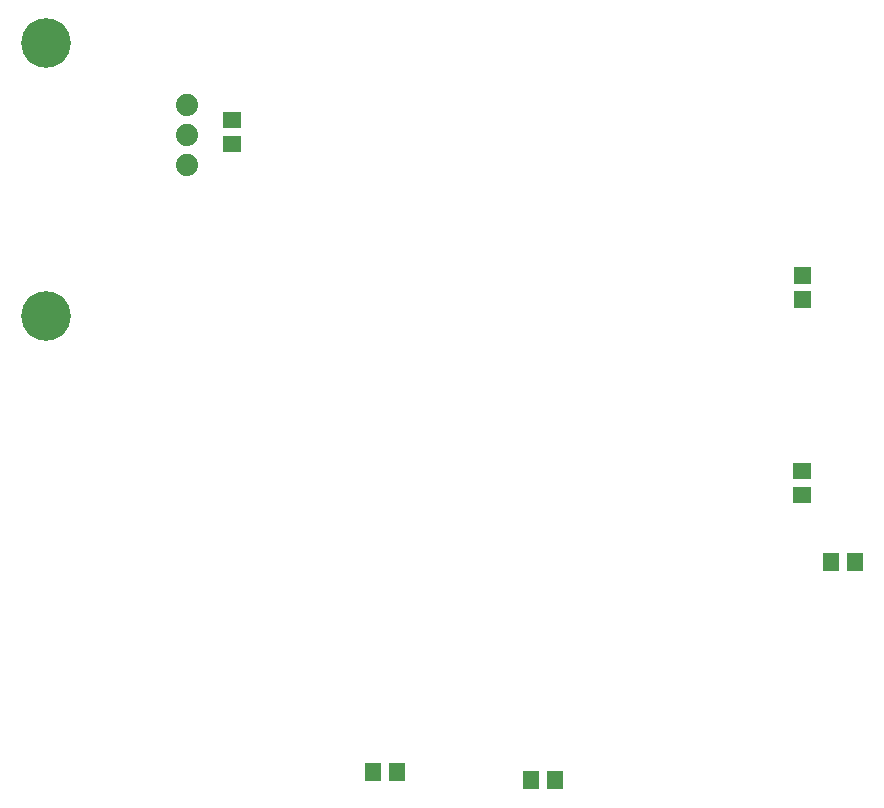
<source format=gtp>
G04 MADE WITH FRITZING*
G04 WWW.FRITZING.ORG*
G04 DOUBLE SIDED*
G04 HOLES PLATED*
G04 CONTOUR ON CENTER OF CONTOUR VECTOR*
%ASAXBY*%
%FSLAX23Y23*%
%MOIN*%
%OFA0B0*%
%SFA1.0B1.0*%
%ADD10C,0.074000*%
%ADD11C,0.165354*%
%ADD12R,0.059055X0.055118*%
%ADD13R,0.055118X0.059055*%
%ADD14R,0.001000X0.001000*%
%LNPASTEMASK1*%
G90*
G70*
G54D10*
X616Y2653D03*
X616Y2753D03*
X616Y2853D03*
G54D11*
X144Y2148D03*
X144Y3058D03*
G54D12*
X2666Y1553D03*
X2666Y1634D03*
X766Y2803D03*
X766Y2722D03*
G54D13*
X1841Y603D03*
X1760Y603D03*
X1235Y628D03*
X1316Y628D03*
X2841Y1328D03*
X2760Y1328D03*
G36*
X2637Y2231D02*
X2696Y2231D01*
X2696Y2175D01*
X2637Y2175D01*
X2637Y2231D01*
G37*
D02*
G36*
X2637Y2311D02*
X2696Y2311D01*
X2696Y2256D01*
X2637Y2256D01*
X2637Y2311D01*
G37*
D02*
G54D14*
D02*
G04 End of PasteMask1*
M02*
</source>
